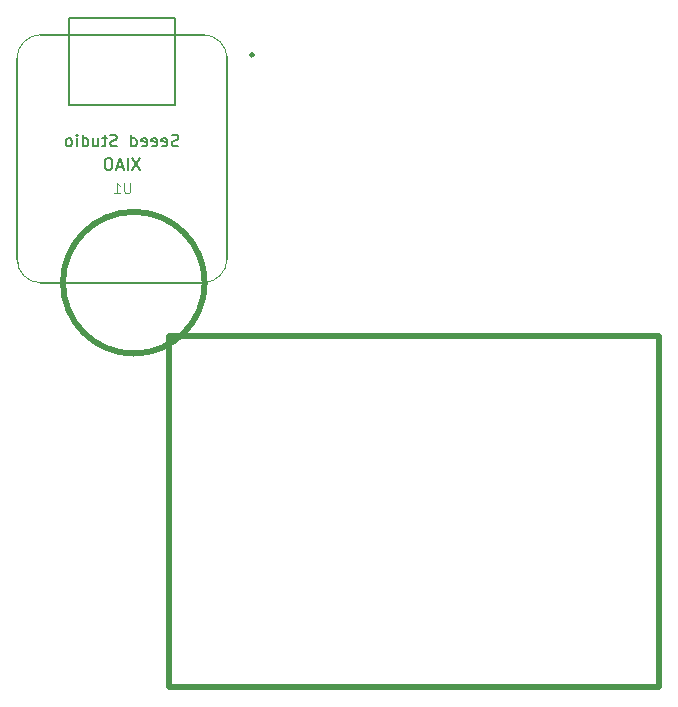
<source format=gbr>
%TF.GenerationSoftware,KiCad,Pcbnew,8.0.5*%
%TF.CreationDate,2024-10-03T17:23:51-04:00*%
%TF.ProjectId,Key,4b65792e-6b69-4636-9164-5f7063625858,rev?*%
%TF.SameCoordinates,Original*%
%TF.FileFunction,Legend,Bot*%
%TF.FilePolarity,Positive*%
%FSLAX46Y46*%
G04 Gerber Fmt 4.6, Leading zero omitted, Abs format (unit mm)*
G04 Created by KiCad (PCBNEW 8.0.5) date 2024-10-03 17:23:51*
%MOMM*%
%LPD*%
G01*
G04 APERTURE LIST*
%ADD10C,0.500000*%
%ADD11C,0.101600*%
%ADD12C,0.150000*%
%ADD13C,0.127000*%
%ADD14C,0.120000*%
%ADD15C,0.254000*%
%ADD16C,0.025400*%
G04 APERTURE END LIST*
D10*
X35000000Y-46000000D02*
G75*
G02*
X23000000Y-46000000I-6000000J0D01*
G01*
X23000000Y-46000000D02*
G75*
G02*
X35000000Y-46000000I6000000J0D01*
G01*
X32000000Y-50500000D02*
X73500000Y-50500000D01*
X73500000Y-80250000D01*
X32000000Y-80250000D01*
X32000000Y-50500000D01*
D11*
X28677333Y-37556985D02*
X28677333Y-38276652D01*
X28677333Y-38276652D02*
X28635000Y-38361318D01*
X28635000Y-38361318D02*
X28592666Y-38403652D01*
X28592666Y-38403652D02*
X28508000Y-38445985D01*
X28508000Y-38445985D02*
X28338666Y-38445985D01*
X28338666Y-38445985D02*
X28254000Y-38403652D01*
X28254000Y-38403652D02*
X28211666Y-38361318D01*
X28211666Y-38361318D02*
X28169333Y-38276652D01*
X28169333Y-38276652D02*
X28169333Y-37556985D01*
X27280333Y-38445985D02*
X27788333Y-38445985D01*
X27534333Y-38445985D02*
X27534333Y-37556985D01*
X27534333Y-37556985D02*
X27619000Y-37683985D01*
X27619000Y-37683985D02*
X27703667Y-37768652D01*
X27703667Y-37768652D02*
X27788333Y-37810985D01*
D12*
X29523808Y-35454819D02*
X28857142Y-36454819D01*
X28857142Y-35454819D02*
X29523808Y-36454819D01*
X28476189Y-36454819D02*
X28476189Y-35454819D01*
X28047618Y-36169104D02*
X27571428Y-36169104D01*
X28142856Y-36454819D02*
X27809523Y-35454819D01*
X27809523Y-35454819D02*
X27476190Y-36454819D01*
X26952380Y-35454819D02*
X26761904Y-35454819D01*
X26761904Y-35454819D02*
X26666666Y-35502438D01*
X26666666Y-35502438D02*
X26571428Y-35597676D01*
X26571428Y-35597676D02*
X26523809Y-35788152D01*
X26523809Y-35788152D02*
X26523809Y-36121485D01*
X26523809Y-36121485D02*
X26571428Y-36311961D01*
X26571428Y-36311961D02*
X26666666Y-36407200D01*
X26666666Y-36407200D02*
X26761904Y-36454819D01*
X26761904Y-36454819D02*
X26952380Y-36454819D01*
X26952380Y-36454819D02*
X27047618Y-36407200D01*
X27047618Y-36407200D02*
X27142856Y-36311961D01*
X27142856Y-36311961D02*
X27190475Y-36121485D01*
X27190475Y-36121485D02*
X27190475Y-35788152D01*
X27190475Y-35788152D02*
X27142856Y-35597676D01*
X27142856Y-35597676D02*
X27047618Y-35502438D01*
X27047618Y-35502438D02*
X26952380Y-35454819D01*
X32761904Y-34407200D02*
X32619047Y-34454819D01*
X32619047Y-34454819D02*
X32380952Y-34454819D01*
X32380952Y-34454819D02*
X32285714Y-34407200D01*
X32285714Y-34407200D02*
X32238095Y-34359580D01*
X32238095Y-34359580D02*
X32190476Y-34264342D01*
X32190476Y-34264342D02*
X32190476Y-34169104D01*
X32190476Y-34169104D02*
X32238095Y-34073866D01*
X32238095Y-34073866D02*
X32285714Y-34026247D01*
X32285714Y-34026247D02*
X32380952Y-33978628D01*
X32380952Y-33978628D02*
X32571428Y-33931009D01*
X32571428Y-33931009D02*
X32666666Y-33883390D01*
X32666666Y-33883390D02*
X32714285Y-33835771D01*
X32714285Y-33835771D02*
X32761904Y-33740533D01*
X32761904Y-33740533D02*
X32761904Y-33645295D01*
X32761904Y-33645295D02*
X32714285Y-33550057D01*
X32714285Y-33550057D02*
X32666666Y-33502438D01*
X32666666Y-33502438D02*
X32571428Y-33454819D01*
X32571428Y-33454819D02*
X32333333Y-33454819D01*
X32333333Y-33454819D02*
X32190476Y-33502438D01*
X31380952Y-34407200D02*
X31476190Y-34454819D01*
X31476190Y-34454819D02*
X31666666Y-34454819D01*
X31666666Y-34454819D02*
X31761904Y-34407200D01*
X31761904Y-34407200D02*
X31809523Y-34311961D01*
X31809523Y-34311961D02*
X31809523Y-33931009D01*
X31809523Y-33931009D02*
X31761904Y-33835771D01*
X31761904Y-33835771D02*
X31666666Y-33788152D01*
X31666666Y-33788152D02*
X31476190Y-33788152D01*
X31476190Y-33788152D02*
X31380952Y-33835771D01*
X31380952Y-33835771D02*
X31333333Y-33931009D01*
X31333333Y-33931009D02*
X31333333Y-34026247D01*
X31333333Y-34026247D02*
X31809523Y-34121485D01*
X30523809Y-34407200D02*
X30619047Y-34454819D01*
X30619047Y-34454819D02*
X30809523Y-34454819D01*
X30809523Y-34454819D02*
X30904761Y-34407200D01*
X30904761Y-34407200D02*
X30952380Y-34311961D01*
X30952380Y-34311961D02*
X30952380Y-33931009D01*
X30952380Y-33931009D02*
X30904761Y-33835771D01*
X30904761Y-33835771D02*
X30809523Y-33788152D01*
X30809523Y-33788152D02*
X30619047Y-33788152D01*
X30619047Y-33788152D02*
X30523809Y-33835771D01*
X30523809Y-33835771D02*
X30476190Y-33931009D01*
X30476190Y-33931009D02*
X30476190Y-34026247D01*
X30476190Y-34026247D02*
X30952380Y-34121485D01*
X29666666Y-34407200D02*
X29761904Y-34454819D01*
X29761904Y-34454819D02*
X29952380Y-34454819D01*
X29952380Y-34454819D02*
X30047618Y-34407200D01*
X30047618Y-34407200D02*
X30095237Y-34311961D01*
X30095237Y-34311961D02*
X30095237Y-33931009D01*
X30095237Y-33931009D02*
X30047618Y-33835771D01*
X30047618Y-33835771D02*
X29952380Y-33788152D01*
X29952380Y-33788152D02*
X29761904Y-33788152D01*
X29761904Y-33788152D02*
X29666666Y-33835771D01*
X29666666Y-33835771D02*
X29619047Y-33931009D01*
X29619047Y-33931009D02*
X29619047Y-34026247D01*
X29619047Y-34026247D02*
X30095237Y-34121485D01*
X28761904Y-34454819D02*
X28761904Y-33454819D01*
X28761904Y-34407200D02*
X28857142Y-34454819D01*
X28857142Y-34454819D02*
X29047618Y-34454819D01*
X29047618Y-34454819D02*
X29142856Y-34407200D01*
X29142856Y-34407200D02*
X29190475Y-34359580D01*
X29190475Y-34359580D02*
X29238094Y-34264342D01*
X29238094Y-34264342D02*
X29238094Y-33978628D01*
X29238094Y-33978628D02*
X29190475Y-33883390D01*
X29190475Y-33883390D02*
X29142856Y-33835771D01*
X29142856Y-33835771D02*
X29047618Y-33788152D01*
X29047618Y-33788152D02*
X28857142Y-33788152D01*
X28857142Y-33788152D02*
X28761904Y-33835771D01*
X27571427Y-34407200D02*
X27428570Y-34454819D01*
X27428570Y-34454819D02*
X27190475Y-34454819D01*
X27190475Y-34454819D02*
X27095237Y-34407200D01*
X27095237Y-34407200D02*
X27047618Y-34359580D01*
X27047618Y-34359580D02*
X26999999Y-34264342D01*
X26999999Y-34264342D02*
X26999999Y-34169104D01*
X26999999Y-34169104D02*
X27047618Y-34073866D01*
X27047618Y-34073866D02*
X27095237Y-34026247D01*
X27095237Y-34026247D02*
X27190475Y-33978628D01*
X27190475Y-33978628D02*
X27380951Y-33931009D01*
X27380951Y-33931009D02*
X27476189Y-33883390D01*
X27476189Y-33883390D02*
X27523808Y-33835771D01*
X27523808Y-33835771D02*
X27571427Y-33740533D01*
X27571427Y-33740533D02*
X27571427Y-33645295D01*
X27571427Y-33645295D02*
X27523808Y-33550057D01*
X27523808Y-33550057D02*
X27476189Y-33502438D01*
X27476189Y-33502438D02*
X27380951Y-33454819D01*
X27380951Y-33454819D02*
X27142856Y-33454819D01*
X27142856Y-33454819D02*
X26999999Y-33502438D01*
X26714284Y-33788152D02*
X26333332Y-33788152D01*
X26571427Y-33454819D02*
X26571427Y-34311961D01*
X26571427Y-34311961D02*
X26523808Y-34407200D01*
X26523808Y-34407200D02*
X26428570Y-34454819D01*
X26428570Y-34454819D02*
X26333332Y-34454819D01*
X25571427Y-33788152D02*
X25571427Y-34454819D01*
X25999998Y-33788152D02*
X25999998Y-34311961D01*
X25999998Y-34311961D02*
X25952379Y-34407200D01*
X25952379Y-34407200D02*
X25857141Y-34454819D01*
X25857141Y-34454819D02*
X25714284Y-34454819D01*
X25714284Y-34454819D02*
X25619046Y-34407200D01*
X25619046Y-34407200D02*
X25571427Y-34359580D01*
X24666665Y-34454819D02*
X24666665Y-33454819D01*
X24666665Y-34407200D02*
X24761903Y-34454819D01*
X24761903Y-34454819D02*
X24952379Y-34454819D01*
X24952379Y-34454819D02*
X25047617Y-34407200D01*
X25047617Y-34407200D02*
X25095236Y-34359580D01*
X25095236Y-34359580D02*
X25142855Y-34264342D01*
X25142855Y-34264342D02*
X25142855Y-33978628D01*
X25142855Y-33978628D02*
X25095236Y-33883390D01*
X25095236Y-33883390D02*
X25047617Y-33835771D01*
X25047617Y-33835771D02*
X24952379Y-33788152D01*
X24952379Y-33788152D02*
X24761903Y-33788152D01*
X24761903Y-33788152D02*
X24666665Y-33835771D01*
X24190474Y-34454819D02*
X24190474Y-33788152D01*
X24190474Y-33454819D02*
X24238093Y-33502438D01*
X24238093Y-33502438D02*
X24190474Y-33550057D01*
X24190474Y-33550057D02*
X24142855Y-33502438D01*
X24142855Y-33502438D02*
X24190474Y-33454819D01*
X24190474Y-33454819D02*
X24190474Y-33550057D01*
X23571427Y-34454819D02*
X23666665Y-34407200D01*
X23666665Y-34407200D02*
X23714284Y-34359580D01*
X23714284Y-34359580D02*
X23761903Y-34264342D01*
X23761903Y-34264342D02*
X23761903Y-33978628D01*
X23761903Y-33978628D02*
X23714284Y-33883390D01*
X23714284Y-33883390D02*
X23666665Y-33835771D01*
X23666665Y-33835771D02*
X23571427Y-33788152D01*
X23571427Y-33788152D02*
X23428570Y-33788152D01*
X23428570Y-33788152D02*
X23333332Y-33835771D01*
X23333332Y-33835771D02*
X23285713Y-33883390D01*
X23285713Y-33883390D02*
X23238094Y-33978628D01*
X23238094Y-33978628D02*
X23238094Y-34264342D01*
X23238094Y-34264342D02*
X23285713Y-34359580D01*
X23285713Y-34359580D02*
X23333332Y-34407200D01*
X23333332Y-34407200D02*
X23428570Y-34454819D01*
X23428570Y-34454819D02*
X23571427Y-34454819D01*
D13*
%TO.C,U1*%
X19100000Y-27000000D02*
X19100000Y-44000000D01*
X32500000Y-30929270D02*
X23500000Y-30929270D01*
X23500000Y-30929270D02*
X23500000Y-23575970D01*
X36900000Y-44000000D02*
X36900000Y-27000000D01*
X23500000Y-23575970D02*
X32500000Y-23575970D01*
X34900000Y-25000910D02*
X21100000Y-25000910D01*
X32500000Y-23575970D02*
X32500000Y-30929270D01*
X21100000Y-46000000D02*
X34900000Y-46000000D01*
D14*
X21100000Y-46000000D02*
G75*
G02*
X19100000Y-44000000I0J2000000D01*
G01*
X19100000Y-27000000D02*
G75*
G02*
X21100000Y-25000000I2044610J-44610D01*
G01*
X36900000Y-44000000D02*
G75*
G02*
X34900000Y-46000000I-2044857J44857D01*
G01*
X34900000Y-25000000D02*
G75*
G02*
X36900000Y-27000000I-44612J-2044612D01*
G01*
D15*
X39127000Y-26700000D02*
G75*
G02*
X38873000Y-26700000I-127000J0D01*
G01*
X38873000Y-26700000D02*
G75*
G02*
X39127000Y-26700000I127000J0D01*
G01*
D16*
X19157752Y-44410955D02*
X19147847Y-44362950D01*
X19138956Y-44314690D01*
X19131336Y-44266175D01*
X19124732Y-44217407D01*
X19119399Y-44168639D01*
X19115335Y-44119618D01*
X19112287Y-44070850D01*
X19110508Y-44021574D01*
X19157752Y-44410955D01*
X36884667Y-26889527D02*
X36887715Y-26938295D01*
X36880603Y-26840506D01*
X36884667Y-26889527D01*
%TD*%
M02*

</source>
